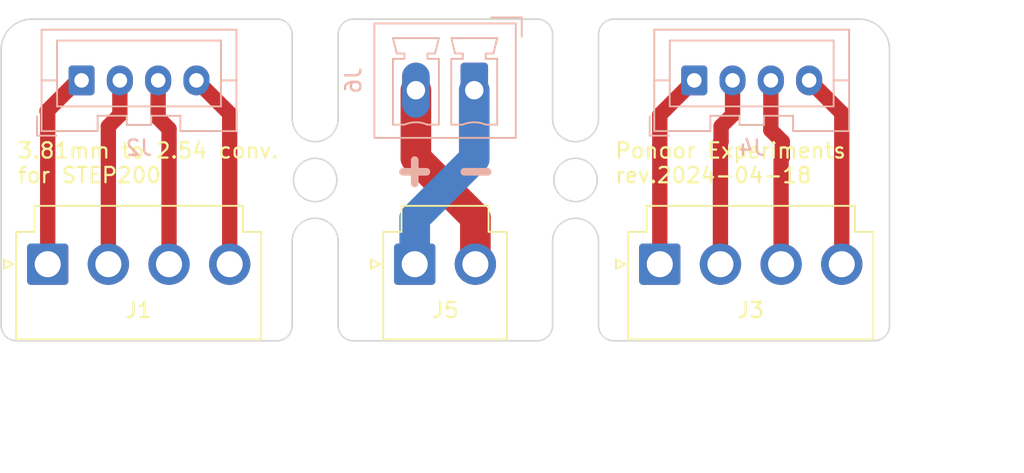
<source format=kicad_pcb>
(kicad_pcb (version 20240108) (generator "pcbnew") (generator_version "8.0")
  (layers (0 "F.Cu" signal) (31 "B.Cu" signal) (34 "B.Paste" user) (35 "F.Paste" user) (36 "B.SilkS" user "B.Silkscreen") (37 "F.SilkS" user "F.Silkscreen") (38 "B.Mask" user) (39 "F.Mask" user) (44 "Edge.Cuts" user))
  (net 0 "")
  (net 1 "Net-(J1-Pin_2)")
  (net 2 "Net-(J1-Pin_1)")
  (net 3 "Net-(J1-Pin_3)")
  (net 4 "Net-(J1-Pin_4)")
  (net 5 "Net-(J3-Pin_4)")
  (net 6 "Net-(J3-Pin_2)")
  (net 7 "Net-(J3-Pin_1)")
  (net 8 "Net-(J3-Pin_3)")
  (net 9 "Net-(J5-Pin_2)")
  (net 10 "GND")
  (footprint "Connector_JST:JST_VH_B4P-VH_1x04_P3.96mm_Vertical" (layer "F.Cu") (at 94.04 76)
    (property "Reference" "J1" (at 5.94 3 0) (layer "F.SilkS"))
    (property "Value" "Conn_01x04_Pin")
    (fp_line (start -2.86 -0.3) (end -2.26 0) (stroke (width 0.12)) (layer "F.SilkS"))
    (fp_line (start -2.86 0.3) (end -2.86 -0.3) (stroke (width 0.12)) (layer "F.SilkS"))
    (fp_line (start -2.26 0) (end -2.86 0.3) (stroke (width 0.12)) (layer "F.SilkS"))
    (fp_line (start -2.06 -2.11) (end -0.86 -2.11) (stroke (width 0.12)) (layer "F.SilkS"))
    (fp_line (start -2.06 4.91) (end -2.06 -2.11) (stroke (width 0.12)) (layer "F.SilkS"))
    (fp_line (start -0.86 -3.81) (end 12.74 -3.81) (stroke (width 0.12)) (layer "F.SilkS"))
    (fp_line (start -0.86 -2.11) (end -0.86 -3.81) (stroke (width 0.12)) (layer "F.SilkS"))
    (fp_line (start 12.74 -3.81) (end 12.74 -2.11) (stroke (width 0.12)) (layer "F.SilkS"))
    (fp_line (start 12.74 -2.11) (end 13.94 -2.11) (stroke (width 0.12)) (layer "F.SilkS"))
    (fp_line (start 13.94 -2.11) (end 13.94 4.91) (stroke (width 0.12)) (layer "F.SilkS"))
    (fp_line (start 13.94 4.91) (end -2.06 4.91) (stroke (width 0.12)) (layer "F.SilkS"))
    (pad "1" thru_hole roundrect (at 0 0) (size 2.7 2.7) (drill 1.7) (layers "*.Cu" "*.Mask") (roundrect_rratio 0.092593) (net 2 "Net-(J1-Pin_1)"))
    (pad "2" thru_hole circle (at 3.96 0) (size 2.7 2.7) (drill 1.7) (layers "*.Cu" "*.Mask") (net 1 "Net-(J1-Pin_2)"))
    (pad "3" thru_hole circle (at 7.92 0) (size 2.7 2.7) (drill 1.7) (layers "*.Cu" "*.Mask") (net 3 "Net-(J1-Pin_3)"))
    (pad "4" thru_hole circle (at 11.88 0) (size 2.7 2.7) (drill 1.7) (layers "*.Cu" "*.Mask") (net 4 "Net-(J1-Pin_4)"))
  )
  (footprint "Connector_JST:JST_VH_B4P-VH_1x04_P3.96mm_Vertical" (layer "F.Cu") (at 134 76)
    (property "Reference" "J3" (at 5.94 3 0) (layer "F.SilkS"))
    (property "Value" "Conn_01x04_Pin")
    (fp_line (start -2.86 -0.3) (end -2.26 0) (stroke (width 0.12)) (layer "F.SilkS"))
    (fp_line (start -2.86 0.3) (end -2.86 -0.3) (stroke (width 0.12)) (layer "F.SilkS"))
    (fp_line (start -2.26 0) (end -2.86 0.3) (stroke (width 0.12)) (layer "F.SilkS"))
    (fp_line (start -2.06 -2.11) (end -0.86 -2.11) (stroke (width 0.12)) (layer "F.SilkS"))
    (fp_line (start -2.06 4.91) (end -2.06 -2.11) (stroke (width 0.12)) (layer "F.SilkS"))
    (fp_line (start -0.86 -3.81) (end 12.74 -3.81) (stroke (width 0.12)) (layer "F.SilkS"))
    (fp_line (start -0.86 -2.11) (end -0.86 -3.81) (stroke (width 0.12)) (layer "F.SilkS"))
    (fp_line (start 12.74 -3.81) (end 12.74 -2.11) (stroke (width 0.12)) (layer "F.SilkS"))
    (fp_line (start 12.74 -2.11) (end 13.94 -2.11) (stroke (width 0.12)) (layer "F.SilkS"))
    (fp_line (start 13.94 -2.11) (end 13.94 4.91) (stroke (width 0.12)) (layer "F.SilkS"))
    (fp_line (start 13.94 4.91) (end -2.06 4.91) (stroke (width 0.12)) (layer "F.SilkS"))
    (pad "1" thru_hole roundrect (at 0 0) (size 2.7 2.7) (drill 1.7) (layers "*.Cu" "*.Mask") (roundrect_rratio 0.092593) (net 7 "Net-(J3-Pin_1)"))
    (pad "2" thru_hole circle (at 3.96 0) (size 2.7 2.7) (drill 1.7) (layers "*.Cu" "*.Mask") (net 6 "Net-(J3-Pin_2)"))
    (pad "3" thru_hole circle (at 7.92 0) (size 2.7 2.7) (drill 1.7) (layers "*.Cu" "*.Mask") (net 8 "Net-(J3-Pin_3)"))
    (pad "4" thru_hole circle (at 11.88 0) (size 2.7 2.7) (drill 1.7) (layers "*.Cu" "*.Mask") (net 5 "Net-(J3-Pin_4)"))
  )
  (footprint "Connector_JST:JST_VH_B2P-VH_1x02_P3.96mm_Vertical" (layer "F.Cu") (at 118 76)
    (property "Reference" "J5" (at 2 3 0) (layer "F.SilkS"))
    (property "Value" "Conn_01x02_Pin")
    (fp_line (start -2.86 -0.3) (end -2.26 0) (stroke (width 0.12)) (layer "F.SilkS"))
    (fp_line (start -2.86 0.3) (end -2.86 -0.3) (stroke (width 0.12)) (layer "F.SilkS"))
    (fp_line (start -2.26 0) (end -2.86 0.3) (stroke (width 0.12)) (layer "F.SilkS"))
    (fp_line (start -2.06 -2.11) (end -0.86 -2.11) (stroke (width 0.12)) (layer "F.SilkS"))
    (fp_line (start -2.06 4.91) (end -2.06 -2.11) (stroke (width 0.12)) (layer "F.SilkS"))
    (fp_line (start -0.86 -3.81) (end 4.82 -3.81) (stroke (width 0.12)) (layer "F.SilkS"))
    (fp_line (start -0.86 -2.11) (end -0.86 -3.81) (stroke (width 0.12)) (layer "F.SilkS"))
    (fp_line (start 4.82 -3.81) (end 4.82 -2.11) (stroke (width 0.12)) (layer "F.SilkS"))
    (fp_line (start 4.82 -2.11) (end 6.02 -2.11) (stroke (width 0.12)) (layer "F.SilkS"))
    (fp_line (start 6.02 -2.11) (end 6.02 4.91) (stroke (width 0.12)) (layer "F.SilkS"))
    (fp_line (start 6.02 4.91) (end -2.06 4.91) (stroke (width 0.12)) (layer "F.SilkS"))
    (pad "1" thru_hole roundrect (at 0 0) (size 2.7 2.7) (drill 1.7) (layers "*.Cu" "*.Mask") (roundrect_rratio 0.092593) (net 10 "GND"))
    (pad "2" thru_hole circle (at 3.96 0) (size 2.7 2.7) (drill 1.7) (layers "*.Cu" "*.Mask") (net 9 "Net-(J5-Pin_2)"))
  )
  (footprint "Connector_JST:JST_XA_B04B-XASK-1_1x04_P2.50mm_Vertical" (layer "B.Cu") (at 136.25 64)
    (property "Reference" "J4" (at 3.75 4.4 360) (layer "B.SilkS") (effects (justify mirror)))
    (property "Value" "Conn_01x04_Socket")
    (fp_line (start -2.91 2.36) (end -2.91 3.61) (stroke (width 0.12)) (layer "B.SilkS"))
    (fp_line (start -2.91 3.61) (end -1.66 3.61) (stroke (width 0.12)) (layer "B.SilkS"))
    (fp_line (start -2.61 -3.31) (end -2.61 3.31) (stroke (width 0.12)) (layer "B.SilkS"))
    (fp_line (start -2.61 3.31) (end 1.05 3.31) (stroke (width 0.12)) (layer "B.SilkS"))
    (fp_line (start -1.6 -2.6) (end -1.6 1.7) (stroke (width 0.12)) (layer "B.SilkS"))
    (fp_line (start -1.6 0) (end -2.61 0) (stroke (width 0.12)) (layer "B.SilkS"))
    (fp_line (start -1.6 1.7) (end 9.1 1.7) (stroke (width 0.12)) (layer "B.SilkS"))
    (fp_line (start 1.05 2.31) (end 2.95 2.31) (stroke (width 0.12)) (layer "B.SilkS"))
    (fp_line (start 1.05 3.31) (end 1.05 2.31) (stroke (width 0.12)) (layer "B.SilkS"))
    (fp_line (start 2.95 2.31) (end 2.95 2.91) (stroke (width 0.12)) (layer "B.SilkS"))
    (fp_line (start 2.95 2.91) (end 4.55 2.91) (stroke (width 0.12)) (layer "B.SilkS"))
    (fp_line (start 4.55 2.31) (end 6.45 2.31) (stroke (width 0.12)) (layer "B.SilkS"))
    (fp_line (start 4.55 2.91) (end 4.55 2.31) (stroke (width 0.12)) (layer "B.SilkS"))
    (fp_line (start 6.45 2.31) (end 6.45 3.31) (stroke (width 0.12)) (layer "B.SilkS"))
    (fp_line (start 6.45 3.31) (end 10.11 3.31) (stroke (width 0.12)) (layer "B.SilkS"))
    (fp_line (start 9.1 -2.6) (end -1.6 -2.6) (stroke (width 0.12)) (layer "B.SilkS"))
    (fp_line (start 9.1 0) (end 10.11 0) (stroke (width 0.12)) (layer "B.SilkS"))
    (fp_line (start 9.1 1.7) (end 9.1 -2.6) (stroke (width 0.12)) (layer "B.SilkS"))
    (fp_line (start 10.11 -3.31) (end -2.61 -3.31) (stroke (width 0.12)) (layer "B.SilkS"))
    (fp_line (start 10.11 3.31) (end 10.11 -3.31) (stroke (width 0.12)) (layer "B.SilkS"))
    (pad "1" thru_hole roundrect (at 0 0) (size 1.7 1.95) (drill 0.95) (layers "*.Cu" "*.Mask") (roundrect_rratio 0.147059) (net 7 "Net-(J3-Pin_1)"))
    (pad "2" thru_hole oval (at 2.5 0) (size 1.7 1.95) (drill 0.95) (layers "*.Cu" "*.Mask") (net 6 "Net-(J3-Pin_2)"))
    (pad "3" thru_hole oval (at 5 0) (size 1.7 1.95) (drill 0.95) (layers "*.Cu" "*.Mask") (net 8 "Net-(J3-Pin_3)"))
    (pad "4" thru_hole oval (at 7.5 0) (size 1.7 1.95) (drill 0.95) (layers "*.Cu" "*.Mask") (net 5 "Net-(J3-Pin_4)"))
  )
  (footprint "Connector_JST:JST_XA_B04B-XASK-1_1x04_P2.50mm_Vertical" (layer "B.Cu") (at 96.25 64)
    (property "Reference" "J2" (at 3.75 4.4 360) (layer "B.SilkS") (effects (justify mirror)))
    (property "Value" "Conn_01x04_Socket")
    (fp_line (start -2.91 2.36) (end -2.91 3.61) (stroke (width 0.12)) (layer "B.SilkS"))
    (fp_line (start -2.91 3.61) (end -1.66 3.61) (stroke (width 0.12)) (layer "B.SilkS"))
    (fp_line (start -2.61 -3.31) (end -2.61 3.31) (stroke (width 0.12)) (layer "B.SilkS"))
    (fp_line (start -2.61 3.31) (end 1.05 3.31) (stroke (width 0.12)) (layer "B.SilkS"))
    (fp_line (start -1.6 -2.6) (end -1.6 1.7) (stroke (width 0.12)) (layer "B.SilkS"))
    (fp_line (start -1.6 0) (end -2.61 0) (stroke (width 0.12)) (layer "B.SilkS"))
    (fp_line (start -1.6 1.7) (end 9.1 1.7) (stroke (width 0.12)) (layer "B.SilkS"))
    (fp_line (start 1.05 2.31) (end 2.95 2.31) (stroke (width 0.12)) (layer "B.SilkS"))
    (fp_line (start 1.05 3.31) (end 1.05 2.31) (stroke (width 0.12)) (layer "B.SilkS"))
    (fp_line (start 2.95 2.31) (end 2.95 2.91) (stroke (width 0.12)) (layer "B.SilkS"))
    (fp_line (start 2.95 2.91) (end 4.55 2.91) (stroke (width 0.12)) (layer "B.SilkS"))
    (fp_line (start 4.55 2.31) (end 6.45 2.31) (stroke (width 0.12)) (layer "B.SilkS"))
    (fp_line (start 4.55 2.91) (end 4.55 2.31) (stroke (width 0.12)) (layer "B.SilkS"))
    (fp_line (start 6.45 2.31) (end 6.45 3.31) (stroke (width 0.12)) (layer "B.SilkS"))
    (fp_line (start 6.45 3.31) (end 10.11 3.31) (stroke (width 0.12)) (layer "B.SilkS"))
    (fp_line (start 9.1 -2.6) (end -1.6 -2.6) (stroke (width 0.12)) (layer "B.SilkS"))
    (fp_line (start 9.1 0) (end 10.11 0) (stroke (width 0.12)) (layer "B.SilkS"))
    (fp_line (start 9.1 1.7) (end 9.1 -2.6) (stroke (width 0.12)) (layer "B.SilkS"))
    (fp_line (start 10.11 -3.31) (end -2.61 -3.31) (stroke (width 0.12)) (layer "B.SilkS"))
    (fp_line (start 10.11 3.31) (end 10.11 -3.31) (stroke (width 0.12)) (layer "B.SilkS"))
    (pad "1" thru_hole roundrect (at 0 0) (size 1.7 1.95) (drill 0.95) (layers "*.Cu" "*.Mask") (roundrect_rratio 0.147059) (net 2 "Net-(J1-Pin_1)"))
    (pad "2" thru_hole oval (at 2.5 0) (size 1.7 1.95) (drill 0.95) (layers "*.Cu" "*.Mask") (net 1 "Net-(J1-Pin_2)"))
    (pad "3" thru_hole oval (at 5 0) (size 1.7 1.95) (drill 0.95) (layers "*.Cu" "*.Mask") (net 3 "Net-(J1-Pin_3)"))
    (pad "4" thru_hole oval (at 7.5 0) (size 1.7 1.95) (drill 0.95) (layers "*.Cu" "*.Mask") (net 4 "Net-(J1-Pin_4)"))
  )
  (footprint "Connector_Phoenix_MC:PhoenixContact_MCV_1,5_2-G-3.81_1x02_P3.81mm_Vertical" (layer "B.Cu") (at 121.8875 64.6425 180)
    (property "Reference" "J6" (at 7.8875 0.6425 -90) (layer "B.SilkS") (effects (justify mirror)))
    (property "Value" "Conn_01x02_Socket")
    (fp_line (start 6.52 4.36) (end 6.52 -3.11) (stroke (width 0.12)) (layer "B.SilkS"))
    (fp_line (start 6.52 -3.11) (end -2.71 -3.11) (stroke (width 0.12)) (layer "B.SilkS"))
    (fp_line (start 5.31 3.4) (end 2.31 3.4) (stroke (width 0.12)) (layer "B.SilkS"))
    (fp_line (start 5.31 2.05) (end 4.56 2.05) (stroke (width 0.12)) (layer "B.SilkS"))
    (fp_line (start 5.31 -2.25) (end 5.31 2.05) (stroke (width 0.12)) (layer "B.SilkS"))
    (fp_line (start 5.06 2.4) (end 5.31 3.4) (stroke (width 0.12)) (layer "B.SilkS"))
    (fp_line (start 4.56 2.4) (end 5.06 2.4) (stroke (width 0.12)) (layer "B.SilkS"))
    (fp_line (start 4.56 2.05) (end 4.56 2.4) (stroke (width 0.12)) (layer "B.SilkS"))
    (fp_line (start 4.56 -2.25) (end 5.31 -2.25) (stroke (width 0.12)) (layer "B.SilkS"))
    (fp_line (start 3.06 2.4) (end 3.06 2.05) (stroke (width 0.12)) (layer "B.SilkS"))
    (fp_line (start 3.06 2.05) (end 2.31 2.05) (stroke (width 0.12)) (layer "B.SilkS"))
    (fp_line (start 2.56 2.4) (end 3.06 2.4) (stroke (width 0.12)) (layer "B.SilkS"))
    (fp_line (start 2.31 3.4) (end 2.56 2.4) (stroke (width 0.12)) (layer "B.SilkS"))
    (fp_line (start 2.31 2.05) (end 2.31 -2.25) (stroke (width 0.12)) (layer "B.SilkS"))
    (fp_line (start 2.31 -2.25) (end 3.06 -2.25) (stroke (width 0.12)) (layer "B.SilkS"))
    (fp_line (start 1.5 3.4) (end -1.5 3.4) (stroke (width 0.12)) (layer "B.SilkS"))
    (fp_line (start 1.5 2.05) (end 0.75 2.05) (stroke (width 0.12)) (layer "B.SilkS"))
    (fp_line (start 1.5 -2.25) (end 1.5 2.05) (stroke (width 0.12)) (layer "B.SilkS"))
    (fp_line (start 1.25 2.4) (end 1.5 3.4) (stroke (width 0.12)) (layer "B.SilkS"))
    (fp_line (start 0.75 2.4) (end 1.25 2.4) (stroke (width 0.12)) (layer "B.SilkS"))
    (fp_line (start 0.75 2.05) (end 0.75 2.4) (stroke (width 0.12)) (layer "B.SilkS"))
    (fp_line (start 0.75 -2.25) (end 1.5 -2.25) (stroke (width 0.12)) (layer "B.SilkS"))
    (fp_line (start -0.75 2.4) (end -0.75 2.05) (stroke (width 0.12)) (layer "B.SilkS"))
    (fp_line (start -0.75 2.05) (end -1.5 2.05) (stroke (width 0.12)) (layer "B.SilkS"))
    (fp_line (start -1.1 4.75) (end -3.1 4.75) (stroke (width 0.12)) (layer "B.SilkS"))
    (fp_line (start -1.25 2.4) (end -0.75 2.4) (stroke (width 0.12)) (layer "B.SilkS"))
    (fp_line (start -1.5 3.4) (end -1.25 2.4) (stroke (width 0.12)) (layer "B.SilkS"))
    (fp_line (start -1.5 2.05) (end -1.5 -2.25) (stroke (width 0.12)) (layer "B.SilkS"))
    (fp_line (start -1.5 -2.25) (end -0.75 -2.25) (stroke (width 0.12)) (layer "B.SilkS"))
    (fp_line (start -2.71 4.36) (end 6.52 4.36) (stroke (width 0.12)) (layer "B.SilkS"))
    (fp_line (start -2.71 -3.11) (end -2.71 4.36) (stroke (width 0.12)) (layer "B.SilkS"))
    (fp_line (start -3.1 4.75) (end -3.1 3.5) (stroke (width 0.12)) (layer "B.SilkS"))
    (fp_arc (start 4.559647 -2.249844) (mid 3.809807 -2.091909) (end 3.06 -2.25) (stroke (width 0.12)) (layer "B.SilkS"))
    (fp_arc (start 0.749647 -2.249844) (mid -0.000193 -2.091909) (end -0.75 -2.25) (stroke (width 0.12)) (layer "B.SilkS"))
    (pad "1" thru_hole roundrect (at 0 0 180) (size 1.8 3.6) (drill 1.2) (layers "*.Cu" "*.Mask") (roundrect_rratio 0.138889) (net 10 "GND"))
    (pad "2" thru_hole oval (at 3.81 0 180) (size 1.8 3.6) (drill 1.2) (layers "*.Cu" "*.Mask") (net 9 "Net-(J5-Pin_2)"))
  )
  (gr_line (start 110 62) (end 110 61) (stroke (width 0.1)) (layer "Edge.Cuts"))
  (gr_circle (center 128.5 70.5) (end 129.5 69.5) (stroke (width 0.1)) (fill none) (layer "Edge.Cuts"))
  (gr_arc (start 110 74.5) (mid 111.5 73) (end 113 74.5) (stroke (width 0.1)) (layer "Edge.Cuts"))
  (gr_line (start 131 81) (end 148 81) (stroke (width 0.1)) (layer "Edge.Cuts"))
  (gr_line (start 127 62) (end 127 61) (stroke (width 0.1)) (layer "Edge.Cuts"))
  (gr_arc (start 127 74.5) (mid 128.5 73) (end 130 74.5) (stroke (width 0.1)) (layer "Edge.Cuts"))
  (gr_line (start 149 62) (end 149 80) (stroke (width 0.1)) (layer "Edge.Cuts"))
  (gr_arc (start 110 80) (mid 109.707107 80.707107) (end 109 81) (stroke (width 0.1)) (layer "Edge.Cuts"))
  (gr_line (start 147 60) (end 131 60) (stroke (width 0.1)) (layer "Edge.Cuts"))
  (gr_line (start 113 74.5) (end 113 80) (stroke (width 0.1)) (layer "Edge.Cuts"))
  (gr_circle (center 111.5 70.5) (end 112.5 69.5) (stroke (width 0.1)) (fill none) (layer "Edge.Cuts"))
  (gr_arc (start 113 66.5) (mid 111.5 68) (end 110 66.5) (stroke (width 0.1)) (layer "Edge.Cuts"))
  (gr_arc (start 147 60) (mid 148.414214 60.585786) (end 149 62) (stroke (width 0.1)) (layer "Edge.Cuts"))
  (gr_arc (start 130 61) (mid 130.292893 60.292893) (end 131 60) (stroke (width 0.1)) (layer "Edge.Cuts"))
  (gr_line (start 114 81) (end 126 81) (stroke (width 0.1)) (layer "Edge.Cuts"))
  (gr_arc (start 131 81) (mid 130.292893 80.707107) (end 130 80) (stroke (width 0.1)) (layer "Edge.Cuts"))
  (gr_arc (start 91 62) (mid 91.585786 60.585786) (end 93 60) (stroke (width 0.1)) (layer "Edge.Cuts"))
  (gr_line (start 127 80) (end 127 74.5) (stroke (width 0.1)) (layer "Edge.Cuts"))
  (gr_arc (start 127 80) (mid 126.707107 80.707107) (end 126 81) (stroke (width 0.1)) (layer "Edge.Cuts"))
  (gr_line (start 91 62) (end 91 80) (stroke (width 0.1)) (layer "Edge.Cuts"))
  (gr_arc (start 113 61) (mid 113.292893 60.292893) (end 114 60) (stroke (width 0.1)) (layer "Edge.Cuts"))
  (gr_arc (start 114 81) (mid 113.292893 80.707107) (end 113 80) (stroke (width 0.1)) (layer "Edge.Cuts"))
  (gr_line (start 110 80) (end 110 74.5) (stroke (width 0.1)) (layer "Edge.Cuts"))
  (gr_arc (start 149 80) (mid 148.707107 80.707107) (end 148 81) (stroke (width 0.1)) (layer "Edge.Cuts"))
  (gr_line (start 130 66.5) (end 130 61) (stroke (width 0.1)) (layer "Edge.Cuts"))
  (gr_line (start 113 66.5) (end 113 61) (stroke (width 0.1)) (layer "Edge.Cuts"))
  (gr_arc (start 109 60) (mid 109.707107 60.292893) (end 110 61) (stroke (width 0.1)) (layer "Edge.Cuts"))
  (gr_arc (start 130 66.5) (mid 128.5 68) (end 127 66.5) (stroke (width 0.1)) (layer "Edge.Cuts"))
  (gr_arc (start 92 81) (mid 91.292893 80.707107) (end 91 80) (stroke (width 0.1)) (layer "Edge.Cuts"))
  (gr_line (start 130 74.5) (end 130 80) (stroke (width 0.1)) (layer "Edge.Cuts"))
  (gr_line (start 110 62) (end 110 66.5) (stroke (width 0.1)) (layer "Edge.Cuts"))
  (gr_line (start 127 62) (end 127 66.5) (stroke (width 0.1)) (layer "Edge.Cuts"))
  (gr_line (start 126 60) (end 114 60) (stroke (width 0.1)) (layer "Edge.Cuts"))
  (gr_line (start 109 60) (end 93 60) (stroke (width 0.1)) (layer "Edge.Cuts"))
  (gr_line (start 92 81) (end 109 81) (stroke (width 0.1)) (layer "Edge.Cuts"))
  (gr_arc (start 126 60) (mid 126.707107 60.292893) (end 127 61) (stroke (width 0.1)) (layer "Edge.Cuts"))
  (gr_text "+" (at 118 71 0) (layer "B.SilkS") (effects (font (size 2 2) (thickness 0.5) (bold yes)) (justify bottom mirror)))
  (gr_text "-" (at 122 71 0) (layer "B.SilkS") (effects (font (size 2 2) (thickness 0.5) (bold yes)) (justify bottom mirror)))
  (gr_text "3.81mm to 2.54 conv.\nfor STEP200" (at 92 68 0) (layer "F.SilkS") (effects (font (size 1 1)) (justify left top)))
  (gr_text "Ponoor Experiments\nrev.2024-04-18" (at 131 68 0) (layer "F.SilkS") (effects (font (size 1 1)) (justify left top)))
  (segment (start 98.75 66.25) (end 98.75 64) (width 1) (layer "F.Cu") (net 1))
  (segment (start 98 67) (end 98.75 66.25) (width 1) (layer "F.Cu") (net 1))
  (segment (start 98 76) (end 98 67) (width 1) (layer "F.Cu") (net 1))
  (segment (start 94.04 66.04) (end 94.04 76) (width 1) (layer "F.Cu") (net 2))
  (segment (start 96 64) (end 94 66) (width 1) (layer "F.Cu") (net 2))
  (segment (start 94 66) (end 94.04 66.04) (width 1) (layer "F.Cu") (net 2))
  (segment (start 96.25 64) (end 96 64) (width 1) (layer "F.Cu") (net 2))
  (segment (start 101.25 66.45373) (end 101.25 64) (width 1) (layer "F.Cu") (net 3))
  (segment (start 101.96 76) (end 101.96 67.16373) (width 1) (layer "F.Cu") (net 3))
  (segment (start 101.96 67.16373) (end 101.25 66.45373) (width 1) (layer "F.Cu") (net 3))
  (segment (start 105.92 76) (end 105.92 66.17) (width 1) (layer "F.Cu") (net 4))
  (segment (start 105.92 66.17) (end 103.75 64) (width 1) (layer "F.Cu") (net 4))
  (segment (start 145.88 76) (end 145.88 66.13) (width 1) (layer "F.Cu") (net 5))
  (segment (start 145.88 66.13) (end 143.75 64) (width 1) (layer "F.Cu") (net 5))
  (segment (start 138 67) (end 138.75 66.25) (width 1) (layer "F.Cu") (net 6))
  (segment (start 137.96 76) (end 137.96 68.04) (width 1) (layer "F.Cu") (net 6))
  (segment (start 137.96 68.04) (end 138 68) (width 1) (layer "F.Cu") (net 6))
  (segment (start 138 68) (end 138 67) (width 1) (layer "F.Cu") (net 6))
  (segment (start 138.75 66.25) (end 138.75 64) (width 1) (layer "F.Cu") (net 6))
  (segment (start 134 76) (end 134 66.25) (width 1) (layer "F.Cu") (net 7))
  (segment (start 134 66.25) (end 136.25 64) (width 1) (layer "F.Cu") (net 7))
  (segment (start 142 69) (end 142 68) (width 1) (layer "F.Cu") (net 8))
  (segment (start 141.92 76) (end 141.92 69.08) (width 1) (layer "F.Cu") (net 8))
  (segment (start 142 68) (end 141.25 67.25) (width 1) (layer "F.Cu") (net 8))
  (segment (start 141.92 69.08) (end 142 69) (width 1) (layer "F.Cu") (net 8))
  (segment (start 141.25 67.25) (end 141.25 64) (width 1) (layer "F.Cu") (net 8))
  (segment (start 121.96 72.96) (end 121.96 76) (width 2) (layer "F.Cu") (net 9))
  (segment (start 118.0775 64.6425) (end 118.0775 69.0775) (width 2) (layer "F.Cu") (net 9))
  (segment (start 118.0775 69.0775) (end 121.96 72.96) (width 2) (layer "F.Cu") (net 9))
  (segment (start 118 73) (end 118 76) (width 2) (layer "B.Cu") (net 10))
  (segment (start 121.8875 64.6425) (end 121.8875 69.1125) (width 2) (layer "B.Cu") (net 10))
  (segment (start 121.8875 69.1125) (end 118 73) (width 2) (layer "B.Cu") (net 10))
)
</source>
